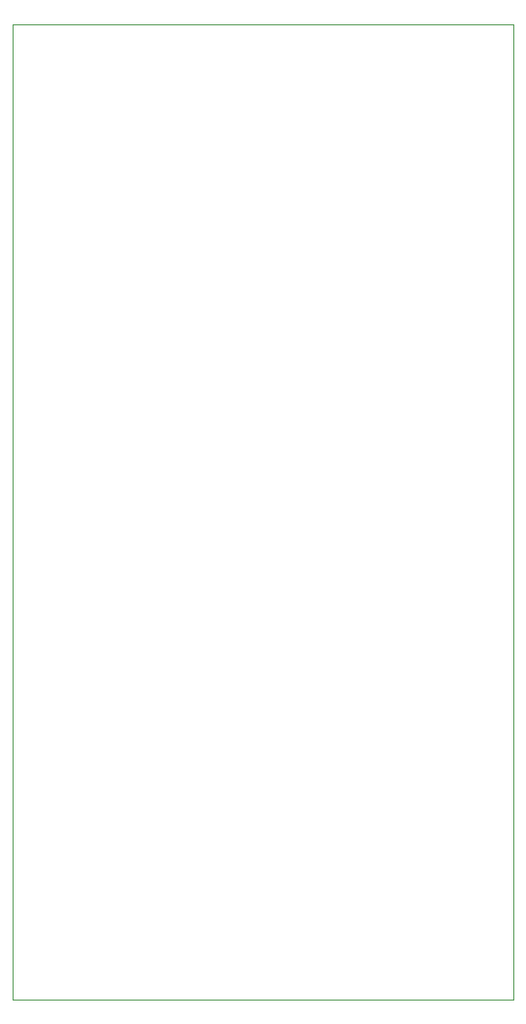
<source format=gbr>
G04 #@! TF.GenerationSoftware,KiCad,Pcbnew,(5.1.2-1)-1*
G04 #@! TF.CreationDate,2022-08-10T15:30:44-04:00*
G04 #@! TF.ProjectId,BassDrum_TR909,42617373-4472-4756-9d5f-54523930392e,rev?*
G04 #@! TF.SameCoordinates,Original*
G04 #@! TF.FileFunction,Profile,NP*
%FSLAX46Y46*%
G04 Gerber Fmt 4.6, Leading zero omitted, Abs format (unit mm)*
G04 Created by KiCad (PCBNEW (5.1.2-1)-1) date 2022-08-10 15:30:44*
%MOMM*%
%LPD*%
G04 APERTURE LIST*
%ADD10C,0.050000*%
G04 APERTURE END LIST*
D10*
X12700000Y-104394000D02*
X12700000Y-12954000D01*
X59690000Y-104394000D02*
X12700000Y-104394000D01*
X59690000Y-12954000D02*
X59690000Y-104394000D01*
X12700000Y-12954000D02*
X59690000Y-12954000D01*
M02*

</source>
